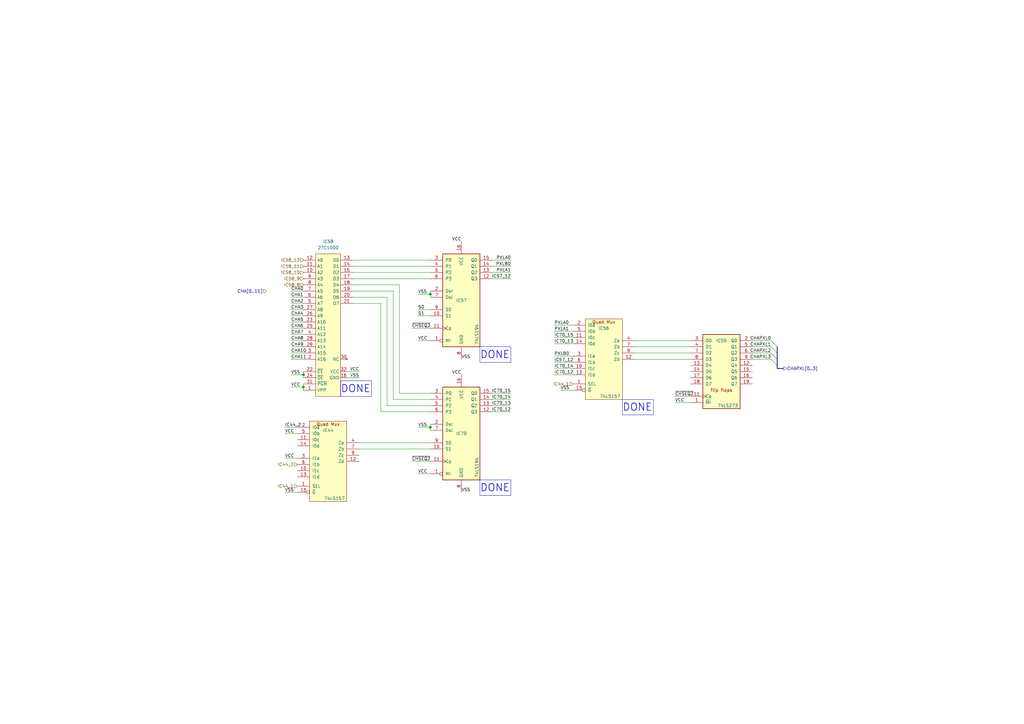
<source format=kicad_sch>
(kicad_sch (version 20231120) (generator "eeschema") (generator_version "8.0")
  (paper "A3")
  (lib_symbols
    (symbol "74xx:74LS194" (pin_names (offset 1.016))
      (property "Reference" "U" (at -7.62 19.05 0))
      (property "Value" "74LS194" (at -7.62 -21.59 0))
      (symbol "74LS194_1_0"
        (pin input inverted (at -12.7 -17.78 0) (length 5.08) (name "Mr") (number "1"))
        (pin input line (at -12.7 -7.62 0) (length 5.08) (name "S1") (number "10"))
        (pin input clock (at -12.7 -12.7 0) (length 5.08) (name "Cp") (number "11"))
        (pin output line (at 12.7 7.62 180) (length 5.08) (name "Q3") (number "12"))
        (pin output line (at 12.7 10.16 180) (length 5.08) (name "Q2") (number "13"))
        (pin output line (at 12.7 12.7 180) (length 5.08) (name "Q1") (number "14"))
        (pin output line (at 12.7 15.24 180) (length 5.08) (name "Q0") (number "15"))
        (pin power_in line (at 0 22.86 270) (length 5.08) (name "VCC") (number "16"))
        (pin input line (at -12.7 2.54 0) (length 5.08) (name "Dsr") (number "2"))
        (pin input line (at -12.7 15.24 0) (length 5.08) (name "P0") (number "3"))
        (pin input line (at -12.7 12.7 0) (length 5.08) (name "P1") (number "4"))
        (pin input line (at -12.7 10.16 0) (length 5.08) (name "P2") (number "5"))
        (pin input line (at -12.7 7.62 0) (length 5.08) (name "P3") (number "6"))
        (pin input line (at -12.7 0 0) (length 5.08) (name "Dsl") (number "7"))
        (pin power_in line (at 0 -25.4 90) (length 5.08) (name "GND") (number "8"))
        (pin input line (at -12.7 -5.08 0) (length 5.08) (name "S0") (number "9"))
      )
      (symbol "74LS194_1_1"
        (rectangle (start -7.62 17.78) (end 7.62 -20.32) (stroke (width 0.254)) (fill (type background)))
      )
    )
    (symbol "jt74:74LS157" (pin_names (offset 1.016))
      (property "Reference" "U" (at 5.08 16.51 0))
      (property "Value" "74LS157" (at 0 -16.51 0))
      (symbol "74LS157_0_0"
        (text "Quad Mux" (at 0 13.97 0) (effects (font (size 1.27 1.27))))
      )
      (symbol "74LS157_1_0"
        (pin input line (at -12.7 -11.43 0) (length 5.08) (name "SEL") (number "1"))
        (pin input line (at -12.7 -5.08 0) (length 5.08) (name "I1c") (number "10"))
        (pin input line (at -12.7 7.62 0) (length 5.08) (name "I0c") (number "11"))
        (pin output line (at 12.7 -1.27 180) (length 5.08) (name "Zd") (number "12"))
        (pin input line (at -12.7 -7.62 0) (length 5.08) (name "I1d") (number "13"))
        (pin input line (at -12.7 5.08 0) (length 5.08) (name "I0d") (number "14"))
        (pin input inverted (at -12.7 -13.97 0) (length 5.08) (name "~{G}") (number "15"))
        (pin input line (at -12.7 12.7 0) (length 5.08) (name "I0a") (number "2"))
        (pin input line (at -12.7 0 0) (length 5.08) (name "I1a") (number "3"))
        (pin output line (at 12.7 6.35 180) (length 5.08) (name "Za") (number "4"))
        (pin input line (at -12.7 10.16 0) (length 5.08) (name "I0b") (number "5"))
        (pin input line (at -12.7 -2.54 0) (length 5.08) (name "I1b") (number "6"))
        (pin output line (at 12.7 3.81 180) (length 5.08) (name "Zb") (number "7"))
        (pin output line (at 12.7 1.27 180) (length 5.08) (name "Zc") (number "9"))
      )
      (symbol "74LS157_1_1"
        (rectangle (start -7.62 15.24) (end 7.62 -17.78) (fill (type background)))
      )
    )
    (symbol "jt74:74LS273" (pin_names (offset 1.016))
      (property "Reference" "U" (at 0 2.54 0))
      (property "Value" "74LS273" (at 2.54 -13.97 0))
      (symbol "74LS273_0_0"
        (text "flip flops" (at 0 -7.62 0) (effects (font (size 1.27 1.27))))
      )
      (symbol "74LS273_1_0"
        (pin input line (at -12.7 -12.7 0) (length 5.08) (name "~{Mr}") (number "1"))
        (pin input clock (at -12.7 -10.16 0) (length 5.08) (name "Cp") (number "11"))
        (pin output line (at 12.7 2.54 180) (length 5.08) (name "Q4") (number "12"))
        (pin input line (at -12.7 2.54 0) (length 5.08) (name "D4") (number "13"))
        (pin input line (at -12.7 0 0) (length 5.08) (name "D5") (number "14"))
        (pin output line (at 12.7 0 180) (length 5.08) (name "Q5") (number "15"))
        (pin output line (at 12.7 -2.54 180) (length 5.08) (name "Q6") (number "16"))
        (pin input line (at -12.7 -2.54 0) (length 5.08) (name "D6") (number "17"))
        (pin input line (at -12.7 -5.08 0) (length 5.08) (name "D7") (number "18"))
        (pin output line (at 12.7 -5.08 180) (length 5.08) (name "Q7") (number "19"))
        (pin output line (at 12.7 12.7 180) (length 5.08) (name "Q0") (number "2"))
        (pin input line (at -12.7 12.7 0) (length 5.08) (name "D0") (number "3"))
        (pin input line (at -12.7 10.16 0) (length 5.08) (name "D1") (number "4"))
        (pin output line (at 12.7 10.16 180) (length 5.08) (name "Q1") (number "5"))
        (pin output line (at 12.7 7.62 180) (length 5.08) (name "Q2") (number "6"))
        (pin input line (at -12.7 7.62 0) (length 5.08) (name "D2") (number "7"))
        (pin input line (at -12.7 5.08 0) (length 5.08) (name "D3") (number "8"))
        (pin output line (at 12.7 5.08 180) (length 5.08) (name "Q3") (number "9"))
      )
      (symbol "74LS273_1_1"
        (rectangle (start -7.62 15.24) (end 7.62 -15.24) (stroke (width 0.254)) (fill (type background)))
      )
    )
    (symbol "jt_rom:27C1000"
      (property "Reference" "U" (at 0 33.02 0))
      (property "Value" "27C1000" (at 0 30.48 0))
      (symbol "27C1000_1_0"
        (pin no_connect line (at 7.62 -13.97 180) (length 2.54) (name "NC") (number "30"))
      )
      (symbol "27C1000_1_1"
        (rectangle (start -5.08 29.21) (end 5.08 -29.21) (fill (type background)))
        (pin input line (at -10.16 -26.67 0) (length 5.08) (name "VPP") (number "1"))
        (pin input line (at -10.16 21.59 0) (length 5.08) (name "A2") (number "10"))
        (pin input line (at -10.16 24.13 0) (length 5.08) (name "A1") (number "11"))
        (pin input line (at -10.16 26.67 0) (length 5.08) (name "A0") (number "12"))
        (pin tri_state line (at 10.16 26.67 180) (length 5.08) (name "D0") (number "13"))
        (pin tri_state line (at 10.16 24.13 180) (length 5.08) (name "D1") (number "14"))
        (pin tri_state line (at 10.16 21.59 180) (length 5.08) (name "D2") (number "15"))
        (pin power_in line (at 7.62 -21.59 180) (length 2.54) (name "GND") (number "16"))
        (pin tri_state line (at 10.16 19.05 180) (length 5.08) (name "D3") (number "17"))
        (pin tri_state line (at 10.16 16.51 180) (length 5.08) (name "D4") (number "18"))
        (pin tri_state line (at 10.16 13.97 180) (length 5.08) (name "D5") (number "19"))
        (pin input line (at -10.16 -13.97 0) (length 5.08) (name "A16") (number "2"))
        (pin tri_state line (at 10.16 11.43 180) (length 5.08) (name "D6") (number "20"))
        (pin tri_state line (at 10.16 8.89 180) (length 5.08) (name "D7") (number "21"))
        (pin input line (at -10.16 -19.05 0) (length 5.08) (name "~{CE}") (number "22"))
        (pin input line (at -10.16 1.27 0) (length 5.08) (name "A10") (number "23"))
        (pin input line (at -10.16 -21.59 0) (length 5.08) (name "~{OE}") (number "24"))
        (pin input line (at -10.16 -1.27 0) (length 5.08) (name "A11") (number "25"))
        (pin input line (at -10.16 3.81 0) (length 5.08) (name "A9") (number "26"))
        (pin input line (at -10.16 6.35 0) (length 5.08) (name "A8") (number "27"))
        (pin input line (at -10.16 -6.35 0) (length 5.08) (name "A13") (number "28"))
        (pin input line (at -10.16 -8.89 0) (length 5.08) (name "A14") (number "29"))
        (pin input line (at -10.16 -11.43 0) (length 5.08) (name "A15") (number "3"))
        (pin input line (at -10.16 -24.13 0) (length 5.08) (name "~{PGM}") (number "31"))
        (pin power_in line (at 7.62 -19.05 180) (length 2.54) (name "VCC") (number "32"))
        (pin input line (at -10.16 -3.81 0) (length 5.08) (name "A12") (number "4"))
        (pin input line (at -10.16 8.89 0) (length 5.08) (name "A7") (number "5"))
        (pin input line (at -10.16 11.43 0) (length 5.08) (name "A6") (number "6"))
        (pin input line (at -10.16 13.97 0) (length 5.08) (name "A5") (number "7"))
        (pin input line (at -10.16 16.51 0) (length 5.08) (name "A4") (number "8"))
        (pin input line (at -10.16 19.05 0) (length 5.08) (name "A3") (number "9"))
      )
    )
  )
  (junction (at 176.53 120.65))
  (junction (at 124.46 153.67))
  (junction (at 176.53 175.26))
  (junction (at 124.46 158.75))
  (bus_entry (at 316.23 144.78) (size 2.54 2.54))
  (bus_entry (at 316.23 142.24) (size 2.54 2.54))
  (bus_entry (at 316.23 139.7) (size 2.54 2.54))
  (bus_entry (at 316.23 147.32) (size 2.54 2.54))
  (wire (pts (xy 234.95 133.35) (xy 227.33 133.35)))
  (wire (pts (xy 260.35 139.7) (xy 283.21 139.7)))
  (wire (pts (xy 171.45 194.31) (xy 176.53 194.31)))
  (wire (pts (xy 176.53 120.65) (xy 176.53 121.92)))
  (wire (pts (xy 144.78 111.76) (xy 176.53 111.76)))
  (wire (pts (xy 144.78 114.3) (xy 176.53 114.3)))
  (wire (pts (xy 163.83 161.29) (xy 176.53 161.29)))
  (wire (pts (xy 147.32 152.4) (xy 142.24 152.4)))
  (wire (pts (xy 168.91 134.62) (xy 176.53 134.62)))
  (wire (pts (xy 119.38 139.7) (xy 124.46 139.7)))
  (wire (pts (xy 144.78 119.38) (xy 161.29 119.38)))
  (wire (pts (xy 161.29 119.38) (xy 161.29 163.83)))
  (wire (pts (xy 234.95 146.05) (xy 227.33 146.05)))
  (wire (pts (xy 156.21 168.91) (xy 176.53 168.91)))
  (wire (pts (xy 119.38 119.38) (xy 124.46 119.38)))
  (wire (pts (xy 119.38 144.78) (xy 124.46 144.78)))
  (wire (pts (xy 119.38 127) (xy 124.46 127)))
  (wire (pts (xy 124.46 152.4) (xy 124.46 153.67)))
  (wire (pts (xy 144.78 106.68) (xy 176.53 106.68)))
  (bus (pts (xy 318.77 149.86) (xy 318.77 151.13)))
  (wire (pts (xy 147.32 154.94) (xy 142.24 154.94)))
  (wire (pts (xy 147.32 184.15) (xy 176.53 184.15)))
  (wire (pts (xy 147.32 181.61) (xy 176.53 181.61)))
  (wire (pts (xy 308.61 147.32) (xy 316.23 147.32)))
  (wire (pts (xy 124.46 158.75) (xy 124.46 160.02)))
  (wire (pts (xy 234.95 153.67) (xy 227.33 153.67)))
  (wire (pts (xy 119.38 147.32) (xy 124.46 147.32)))
  (wire (pts (xy 276.86 162.56) (xy 283.21 162.56)))
  (wire (pts (xy 234.95 148.59) (xy 227.33 148.59)))
  (wire (pts (xy 144.78 116.84) (xy 163.83 116.84)))
  (wire (pts (xy 176.53 175.26) (xy 176.53 176.53)))
  (bus (pts (xy 318.77 147.32) (xy 318.77 149.86)))
  (wire (pts (xy 116.84 177.8) (xy 121.92 177.8)))
  (wire (pts (xy 276.86 165.1) (xy 283.21 165.1)))
  (wire (pts (xy 171.45 175.26) (xy 176.53 175.26)))
  (wire (pts (xy 119.38 129.54) (xy 124.46 129.54)))
  (wire (pts (xy 144.78 121.92) (xy 158.75 121.92)))
  (wire (pts (xy 119.38 137.16) (xy 124.46 137.16)))
  (wire (pts (xy 176.53 173.99) (xy 176.53 175.26)))
  (wire (pts (xy 201.93 168.91) (xy 209.55 168.91)))
  (wire (pts (xy 260.35 142.24) (xy 283.21 142.24)))
  (wire (pts (xy 260.35 144.78) (xy 283.21 144.78)))
  (wire (pts (xy 201.93 161.29) (xy 209.55 161.29)))
  (bus (pts (xy 318.77 142.24) (xy 318.77 144.78)))
  (wire (pts (xy 119.38 142.24) (xy 124.46 142.24)))
  (wire (pts (xy 163.83 161.29) (xy 163.83 116.84)))
  (wire (pts (xy 119.38 158.75) (xy 124.46 158.75)))
  (wire (pts (xy 124.46 153.67) (xy 124.46 154.94)))
  (wire (pts (xy 121.92 187.96) (xy 116.84 187.96)))
  (wire (pts (xy 119.38 134.62) (xy 124.46 134.62)))
  (bus (pts (xy 318.77 144.78) (xy 318.77 147.32)))
  (wire (pts (xy 171.45 139.7) (xy 176.53 139.7)))
  (wire (pts (xy 119.38 124.46) (xy 124.46 124.46)))
  (wire (pts (xy 260.35 147.32) (xy 283.21 147.32)))
  (wire (pts (xy 144.78 109.22) (xy 176.53 109.22)))
  (wire (pts (xy 308.61 139.7) (xy 316.23 139.7)))
  (wire (pts (xy 156.21 124.46) (xy 156.21 168.91)))
  (wire (pts (xy 171.45 129.54) (xy 176.53 129.54)))
  (wire (pts (xy 168.91 189.23) (xy 176.53 189.23)))
  (wire (pts (xy 201.93 114.3) (xy 209.55 114.3)))
  (wire (pts (xy 234.95 138.43) (xy 227.33 138.43)))
  (wire (pts (xy 171.45 127) (xy 176.53 127)))
  (wire (pts (xy 116.84 201.93) (xy 121.92 201.93)))
  (wire (pts (xy 124.46 157.48) (xy 124.46 158.75)))
  (wire (pts (xy 116.84 175.26) (xy 121.92 175.26)))
  (wire (pts (xy 308.61 142.24) (xy 316.23 142.24)))
  (wire (pts (xy 201.93 109.22) (xy 209.55 109.22)))
  (wire (pts (xy 176.53 120.65) (xy 176.53 119.38)))
  (wire (pts (xy 234.95 135.89) (xy 227.33 135.89)))
  (wire (pts (xy 119.38 132.08) (xy 124.46 132.08)))
  (bus (pts (xy 318.77 151.13) (xy 321.31 151.13)))
  (wire (pts (xy 158.75 121.92) (xy 158.75 166.37)))
  (wire (pts (xy 171.45 120.65) (xy 176.53 120.65)))
  (wire (pts (xy 201.93 111.76) (xy 209.55 111.76)))
  (wire (pts (xy 234.95 140.97) (xy 227.33 140.97)))
  (wire (pts (xy 201.93 166.37) (xy 209.55 166.37)))
  (wire (pts (xy 234.95 151.13) (xy 227.33 151.13)))
  (wire (pts (xy 161.29 163.83) (xy 176.53 163.83)))
  (wire (pts (xy 201.93 106.68) (xy 209.55 106.68)))
  (wire (pts (xy 308.61 144.78) (xy 316.23 144.78)))
  (wire (pts (xy 144.78 124.46) (xy 156.21 124.46)))
  (wire (pts (xy 119.38 121.92) (xy 124.46 121.92)))
  (wire (pts (xy 201.93 163.83) (xy 209.55 163.83)))
  (wire (pts (xy 158.75 166.37) (xy 176.53 166.37)))
  (wire (pts (xy 119.38 153.67) (xy 124.46 153.67)))
  (wire (pts (xy 229.87 160.02) (xy 234.95 160.02)))
  (rectangle (start 139.7 156.21) (end 152.4 162.56) (fill (type color) (color 255 255 255 1)))
  (rectangle (start 196.85 142.24) (end 209.55 148.59) (fill (type color) (color 255 255 255 1)))
  (rectangle (start 196.85 196.85) (end 209.55 203.2) (fill (type color) (color 255 255 255 1)))
  (rectangle (start 255.27 163.83) (end 267.97 170.18) (fill (type color) (color 255 255 255 1)))
  (text "DONE" (at 196.85 201.93 0) (effects (font (size 3 3) (thickness 0.254) (bold yes)) (justify left bottom)))
  (text "DONE" (at 255.27 168.91 0) (effects (font (size 3 3) (thickness 0.254) (bold yes)) (justify left bottom)))
  (text "DONE" (at 196.85 147.32 0) (effects (font (size 3 3) (thickness 0.254) (bold yes)) (justify left bottom)))
  (text "DONE" (at 139.7 161.29 0) (effects (font (size 3 3) (thickness 0.254) (bold yes)) (justify left bottom)))
  (label "IC57_12" (at 227.33 148.59 0))
  (label "VSS" (at 119.38 153.67 0))
  (label "~{CHSEQ2}" (at 276.86 162.56 0))
  (label "PXLA1" (at 227.33 135.89 0))
  (label "CHA3" (at 119.38 127 0))
  (label "IC57_12" (at 209.55 114.3 180))
  (label "CHA6" (at 119.38 134.62 0))
  (label "CHAPXL1" (at 316.23 142.24 180))
  (label "CHA7" (at 119.38 137.16 0))
  (label "VSS" (at 189.23 201.93 0))
  (label "IC70_15" (at 227.33 138.43 0))
  (label "VCC" (at 116.84 187.96 0))
  (label "VSS" (at 229.87 160.02 0))
  (label "VCC" (at 189.23 99.06 180))
  (label "PXLA1" (at 209.55 111.76 180))
  (label "IC70_13" (at 209.55 166.37 180))
  (label "PXLB0" (at 227.33 146.05 0))
  (label "~{CHSEQ2}" (at 168.91 189.23 0))
  (label "CHA11" (at 119.38 147.32 0))
  (label "VSS" (at 189.23 147.32 0))
  (label "CHA10" (at 119.38 144.78 0))
  (label "IC70_13" (at 227.33 140.97 0))
  (label "VSS" (at 171.45 120.65 0))
  (label "CHA2" (at 119.38 124.46 0))
  (label "IC70_15" (at 209.55 161.29 180))
  (label "CHAPXL3" (at 316.23 147.32 180))
  (label "CHA1" (at 119.38 121.92 0))
  (label "IC44_2" (at 116.84 175.26 0))
  (label "VCC" (at 276.86 165.1 0))
  (label "VSS" (at 116.84 201.93 0))
  (label "PXLA0" (at 209.55 106.68 180))
  (label "VCC" (at 119.38 158.75 0))
  (label "S0" (at 171.45 127 0))
  (label "CHAPXL2" (at 316.23 144.78 180))
  (label "S1" (at 171.45 129.54 0))
  (label "CHA4" (at 119.38 129.54 0))
  (label "VCC" (at 171.45 139.7 0))
  (label "IC70_14" (at 209.55 163.83 180))
  (label "VCC" (at 189.23 153.67 180))
  (label "VSS" (at 171.45 175.26 0))
  (label "~{CHSEQ2}" (at 168.91 134.62 0))
  (label "CHA0" (at 119.38 119.38 0))
  (label "CHAPXL0" (at 316.23 139.7 180))
  (label "VCC" (at 171.45 194.31 0))
  (label "CHA8" (at 119.38 139.7 0))
  (label "PXLA0" (at 227.33 133.35 0))
  (label "VCC" (at 147.32 152.4 180))
  (label "IC70_12" (at 227.33 153.67 0))
  (label "VSS" (at 147.32 154.94 180))
  (label "VCC" (at 116.84 177.8 0))
  (label "CHA9" (at 119.38 142.24 0))
  (label "PXLB0" (at 209.55 109.22 180))
  (label "CHA5" (at 119.38 132.08 0))
  (label "IC70_14" (at 227.33 151.13 0))
  (label "IC70_12" (at 209.55 168.91 180))
  (hierarchical_label "IC44_1" (shape input) (at 121.92 199.39 180))
  (hierarchical_label "IC44_2" (shape input) (at 121.92 190.5 180))
  (hierarchical_label "IC58_9" (shape input) (at 124.46 114.3 180))
  (hierarchical_label "CHA[0..11]" (shape input) (at 109.22 119.38 180))
  (hierarchical_label "IC58_12" (shape input) (at 124.46 106.68 180))
  (hierarchical_label "IC58_10" (shape input) (at 124.46 111.76 180))
  (hierarchical_label "IC58_11" (shape input) (at 124.46 109.22 180))
  (hierarchical_label "CHAPXL[0..3]" (shape output) (at 321.31 151.13 0))
  (hierarchical_label "IC58_8" (shape input) (at 124.46 116.84 180))
  (hierarchical_label "IC44_1" (shape input) (at 234.95 157.48 180))
  (symbol (lib_id "jt74:74LS157") (at 247.65 146.05 0) (unit 1)
    (property "Reference" "IC56" (at 247.65 134.62 0))
    (property "Value" "74LS157" (at 250.19 162.56 0))
    (property "Datasheet" "https://www.alldatasheet.com/datasheet-pdf/pdf/27402/TI/74LS157.html" (effects (hide yes)))
    (property "Description" "Quad 2 to 1 line Multiplexer" (effects (hide yes)))
  )
  (symbol (lib_id "74xx:74LS194") (at 189.23 176.53 0) (unit 1)
    (property "Reference" "IC70" (at 189.23 177.8 0))
    (property "Value" "74LS194" (at 195.58 191.77 90))
    (property "Datasheet" "http://www.ti.com/lit/gpn/sn74LS194" (effects (hide yes)))
    (property "Description" "Shift Register 4-bit Bidirectional" (effects (hide yes)))
  )
  (symbol (lib_id "jt74:74LS273") (at 295.91 152.4 0) (unit 1)
    (property "Reference" "IC55" (at 295.91 139.7 0))
    (property "Value" "74LS273" (at 298.45 166.37 0))
    (property "Datasheet" "http://www.ti.com/lit/gpn/sn74LS273" (effects (hide yes)))
    (property "Description" "8-bit D Flip-Flop, reset" (effects (hide yes)))
  )
  (symbol (lib_id "jt74:74LS157") (at 134.62 187.96 0) (unit 1)
    (property "Reference" "IC44" (at 134.62 176.53 0))
    (property "Value" "74LS157" (at 137.16 204.47 0))
    (property "Datasheet" "https://www.alldatasheet.com/datasheet-pdf/pdf/27402/TI/74LS157.html" (effects (hide yes)))
    (property "Description" "Quad 2 to 1 line Multiplexer" (effects (hide yes)))
  )
  (symbol (lib_id "74xx:74LS194") (at 189.23 121.92 0) (unit 1)
    (property "Reference" "IC57" (at 189.23 123.19 0))
    (property "Value" "74LS194" (at 195.58 137.16 90))
    (property "Datasheet" "http://www.ti.com/lit/gpn/sn74LS194" (effects (hide yes)))
    (property "Description" "Shift Register 4-bit Bidirectional" (effects (hide yes)))
  )
  (symbol (lib_id "jt_rom:27C1000") (at 134.62 133.35 0) (unit 1)
    (property "Reference" "IC58" (at 134.62 99.06 0))
    (property "Value" "27C1000" (at 134.62 101.6 0))
    (property "Datasheet" "http://www.bitsavers.org/components/macronix/1993_Macronix_Memory_Data_Book.pdf" (effects (hide yes)))
  )
)
</source>
